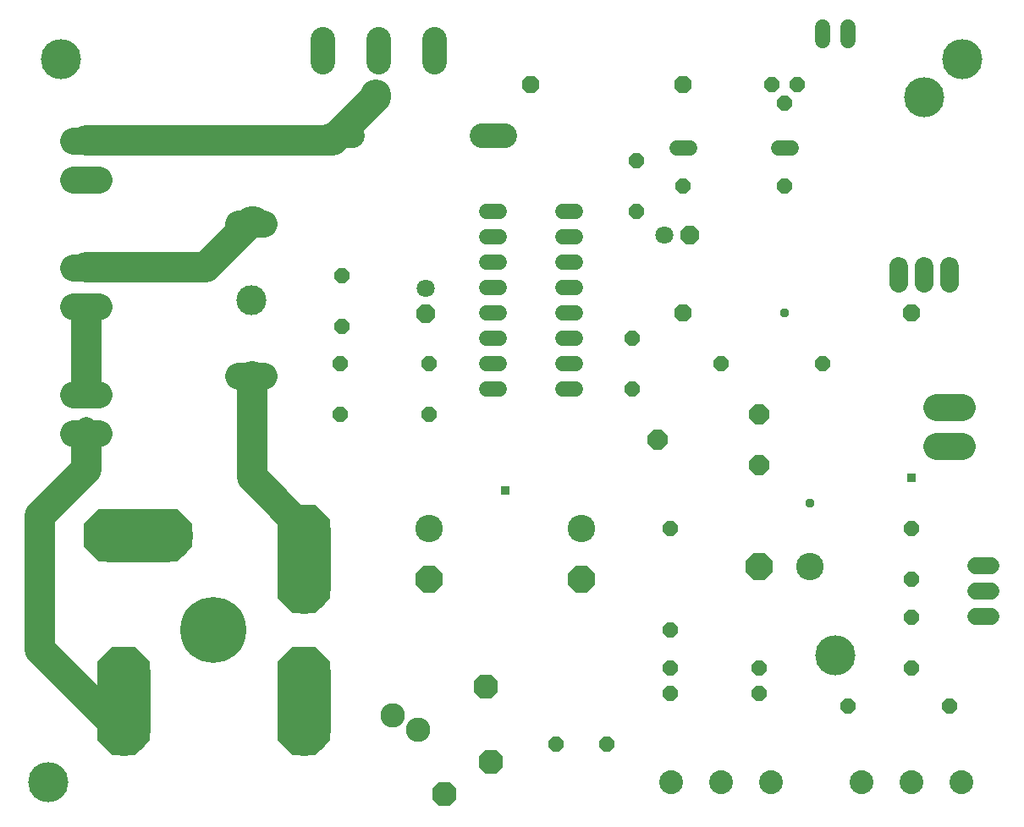
<source format=gbr>
G04 EAGLE Gerber RS-274X export*
G75*
%MOMM*%
%FSLAX34Y34*%
%LPD*%
%INSoldermask Top*%
%IPPOS*%
%AMOC8*
5,1,8,0,0,1.08239X$1,22.5*%
G01*
%ADD10C,4.013200*%
%ADD11C,2.032000*%
%ADD12C,3.048000*%
%ADD13C,5.308600*%
%ADD14P,5.718483X8X22.500000*%
%ADD15C,6.604000*%
%ADD16P,1.649562X8X22.500000*%
%ADD17P,1.649562X8X112.500000*%
%ADD18P,1.649562X8X292.500000*%
%ADD19C,1.524000*%
%ADD20C,2.451100*%
%ADD21C,2.743200*%
%ADD22C,2.997200*%
%ADD23C,1.727200*%
%ADD24C,2.717800*%
%ADD25P,1.649562X8X202.500000*%
%ADD26P,2.144431X8X112.500000*%
%ADD27C,1.879600*%
%ADD28P,2.653046X8X112.500000*%
%ADD29C,2.451100*%
%ADD30C,2.743200*%
%ADD31P,2.969212X8X292.500000*%
%ADD32C,2.387600*%
%ADD33P,1.869504X8X22.500000*%
%ADD34P,1.951982X8X292.500000*%
%ADD35C,1.803400*%
%ADD36P,2.969212X8X202.500000*%
%ADD37P,1.869504X8X202.500000*%
%ADD38P,1.951982X8X22.500000*%
%ADD39R,0.959600X0.959600*%
%ADD40C,0.959600*%


D10*
X50800Y762000D03*
X914400Y723900D03*
X952500Y762000D03*
X38100Y38100D03*
X825500Y165100D03*
X203200Y190500D03*
D11*
X76200Y381000D02*
X76200Y393700D01*
D12*
X76200Y553720D02*
X195580Y553720D01*
X241300Y599440D01*
X243840Y599440D01*
X322580Y680720D02*
X76200Y680720D01*
X322580Y680720D02*
X365760Y723900D01*
X365760Y726440D01*
X76200Y508000D02*
X76200Y429260D01*
X76200Y508000D02*
X73660Y510540D01*
X241554Y343408D02*
X295148Y289814D01*
X241554Y343408D02*
X241554Y444500D01*
X75946Y382524D02*
X75946Y351536D01*
X29210Y304800D01*
X29210Y171196D01*
X112522Y87884D01*
D13*
X293624Y91186D02*
X293624Y147066D01*
X112776Y147066D02*
X112776Y91186D01*
X293624Y233934D02*
X293624Y289814D01*
X155702Y284988D02*
X99822Y284988D01*
D14*
X293624Y147066D03*
X293624Y91186D03*
X293624Y289814D03*
X293624Y233934D03*
X112776Y147066D03*
X112776Y91186D03*
X99822Y284988D03*
X155702Y284988D03*
D15*
X203200Y190500D03*
D16*
X546100Y76200D03*
X596900Y76200D03*
D17*
X622300Y431800D03*
X622300Y482600D03*
X419100Y406400D03*
X419100Y457200D03*
D18*
X330200Y457200D03*
X330200Y406400D03*
D17*
X901700Y241300D03*
X901700Y292100D03*
X901700Y152400D03*
X901700Y203200D03*
D19*
X679704Y673100D02*
X666496Y673100D01*
X768096Y673100D02*
X781304Y673100D01*
D20*
X493840Y685800D02*
X471361Y685800D01*
X341440Y685800D02*
X318961Y685800D01*
D21*
X254000Y596900D02*
X228600Y596900D01*
X228600Y444500D02*
X254000Y444500D01*
D22*
X241300Y520700D03*
D19*
X552196Y431800D02*
X565404Y431800D01*
X565404Y457200D02*
X552196Y457200D01*
X552196Y584200D02*
X565404Y584200D01*
X565404Y609600D02*
X552196Y609600D01*
X552196Y482600D02*
X565404Y482600D01*
X565404Y508000D02*
X552196Y508000D01*
X552196Y558800D02*
X565404Y558800D01*
X565404Y533400D02*
X552196Y533400D01*
X489204Y609600D02*
X475996Y609600D01*
X475996Y584200D02*
X489204Y584200D01*
X489204Y558800D02*
X475996Y558800D01*
X475996Y533400D02*
X489204Y533400D01*
X489204Y508000D02*
X475996Y508000D01*
X475996Y482600D02*
X489204Y482600D01*
X489204Y457200D02*
X475996Y457200D01*
X475996Y431800D02*
X489204Y431800D01*
D23*
X965708Y254508D02*
X980948Y254508D01*
X980948Y229108D02*
X965708Y229108D01*
X965708Y203708D02*
X980948Y203708D01*
D24*
X88773Y640588D02*
X63627Y640588D01*
X63627Y680212D02*
X88773Y680212D01*
X88773Y386588D02*
X63627Y386588D01*
X63627Y426212D02*
X88773Y426212D01*
X88773Y513588D02*
X63627Y513588D01*
X63627Y553212D02*
X88773Y553212D01*
X927227Y413512D02*
X952373Y413512D01*
X952373Y373888D02*
X927227Y373888D01*
D18*
X660400Y152400D03*
X660400Y127000D03*
X749300Y152400D03*
X749300Y127000D03*
D20*
X312420Y759651D02*
X312420Y782130D01*
X368300Y782130D02*
X368300Y759651D01*
X424180Y759651D02*
X424180Y782130D01*
D25*
X762000Y736600D03*
X774700Y717550D03*
X787400Y736600D03*
X774700Y635000D03*
X673100Y635000D03*
D17*
X660400Y190500D03*
X660400Y292100D03*
D16*
X838200Y114300D03*
X939800Y114300D03*
D26*
X749300Y355600D03*
X749300Y406400D03*
X647700Y381000D03*
D27*
X889000Y537718D02*
X889000Y554482D01*
X914400Y554482D02*
X914400Y537718D01*
X939800Y537718D02*
X939800Y554482D01*
D19*
X812800Y780796D02*
X812800Y794004D01*
X838200Y794004D02*
X838200Y780796D01*
D28*
X475488Y133604D03*
X480822Y58674D03*
X433832Y26162D03*
D29*
X407924Y90678D03*
X382778Y104648D03*
D30*
X419100Y292100D03*
D31*
X419100Y241300D03*
D30*
X571500Y292100D03*
D31*
X571500Y241300D03*
D16*
X711200Y457200D03*
X812800Y457200D03*
D32*
X661200Y38100D03*
X711200Y38100D03*
X761200Y38100D03*
X851700Y38100D03*
X901700Y38100D03*
X951700Y38100D03*
D33*
X673100Y508000D03*
X901700Y508000D03*
D34*
X415290Y507238D03*
D35*
X415290Y532638D03*
D30*
X800100Y254000D03*
D36*
X749300Y254000D03*
D37*
X673100Y736600D03*
X520700Y736600D03*
D38*
X679958Y586232D03*
D35*
X654558Y586232D03*
D17*
X331724Y494792D03*
X331724Y545592D03*
D18*
X626364Y660654D03*
X626364Y609854D03*
D39*
X495300Y330200D03*
X901700Y342900D03*
D40*
X800100Y317500D03*
X774700Y508000D03*
M02*

</source>
